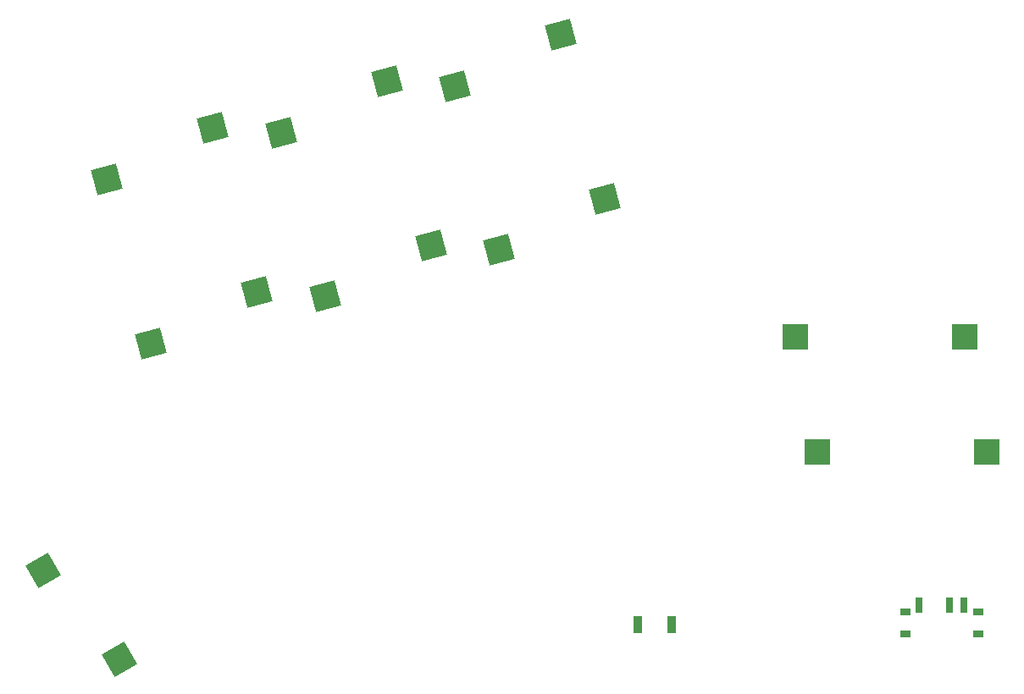
<source format=gbr>
%TF.GenerationSoftware,KiCad,Pcbnew,(6.0.5-0)*%
%TF.CreationDate,2022-07-11T16:51:09+02:00*%
%TF.ProjectId,kardV2,6b617264-5632-42e6-9b69-6361645f7063,v1.0.0*%
%TF.SameCoordinates,Original*%
%TF.FileFunction,Paste,Top*%
%TF.FilePolarity,Positive*%
%FSLAX46Y46*%
G04 Gerber Fmt 4.6, Leading zero omitted, Abs format (unit mm)*
G04 Created by KiCad (PCBNEW (6.0.5-0)) date 2022-07-11 16:51:09*
%MOMM*%
%LPD*%
G01*
G04 APERTURE LIST*
G04 Aperture macros list*
%AMRotRect*
0 Rectangle, with rotation*
0 The origin of the aperture is its center*
0 $1 length*
0 $2 width*
0 $3 Rotation angle, in degrees counterclockwise*
0 Add horizontal line*
21,1,$1,$2,0,0,$3*%
G04 Aperture macros list end*
%ADD10RotRect,2.600000X2.600000X120.000000*%
%ADD11RotRect,2.600000X2.600000X15.000000*%
%ADD12R,2.600000X2.600000*%
%ADD13R,0.700000X1.500000*%
%ADD14R,1.000000X0.800000*%
%ADD15R,0.900000X1.700000*%
G04 APERTURE END LIST*
D10*
%TO.C,S1*%
X10596314Y4519976D03*
X18276570Y-4382617D03*
%TD*%
D11*
%TO.C,S3*%
X31996840Y32333116D03*
X21409798Y27218719D03*
%TD*%
%TO.C,S5*%
X27596916Y48753855D03*
X17009874Y43639458D03*
%TD*%
%TO.C,S7*%
X49383505Y36991859D03*
X38796463Y31877462D03*
%TD*%
%TO.C,S9*%
X44983581Y53412598D03*
X34396539Y48298201D03*
%TD*%
%TO.C,S11*%
X66770170Y41650601D03*
X56183128Y36536204D03*
%TD*%
%TO.C,S13*%
X62370246Y58071340D03*
X51783204Y52956943D03*
%TD*%
D12*
%TO.C,S15*%
X85812954Y27862809D03*
X88012954Y16312809D03*
%TD*%
%TO.C,S17*%
X102791388Y27863164D03*
X104991388Y16313164D03*
%TD*%
D13*
%TO.C,*%
X98191388Y1018164D03*
X101191388Y1018164D03*
X102691388Y1018164D03*
D14*
X96791388Y-1841836D03*
X104091388Y-1841836D03*
X104091388Y368164D03*
X96791388Y368164D03*
%TD*%
D15*
%TO.C,*%
X73462954Y-912191D03*
X70062954Y-912191D03*
%TD*%
M02*

</source>
